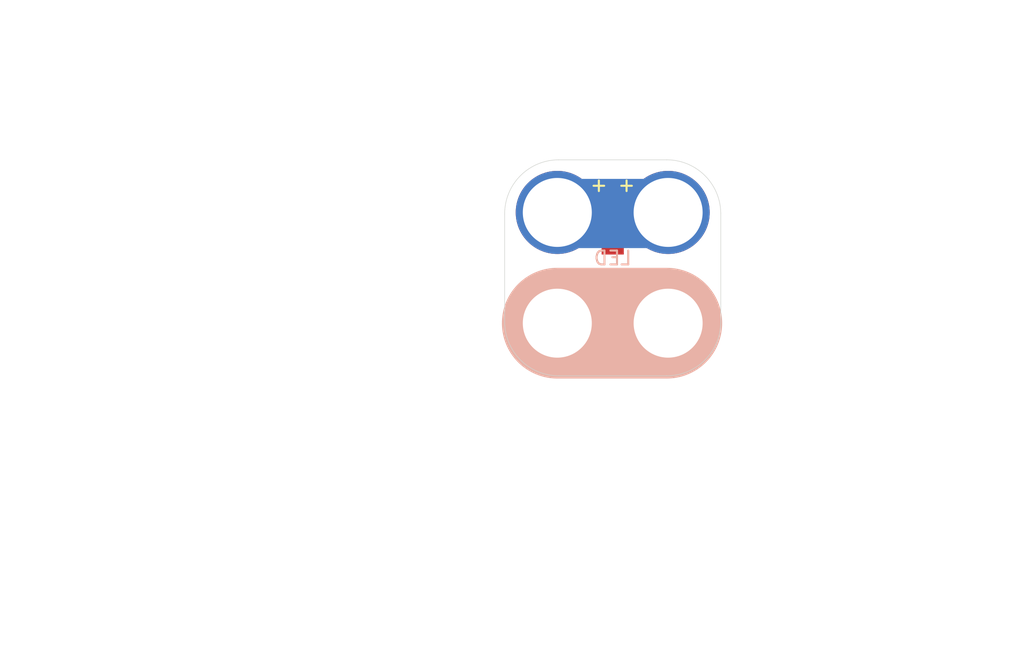
<source format=kicad_pcb>
(kicad_pcb (version 4) (host pcbnew 4.0.4+e1-6308~48~ubuntu16.04.1-stable)

  (general
    (links 0)
    (no_connects 0)
    (area 104.572999 74.854999 178.510001 123.265001)
    (thickness 1.6)
    (drawings 17)
    (tracks 0)
    (zones 0)
    (modules 1)
    (nets 1)
  )

  (page USLetter)
  (title_block
    (title "2x2 Surface Mount LED Module")
    (date "December 15, 2016")
    (rev 1.0)
    (company "All rights reserved.")
    (comment 1 help@browndoggadgets.com)
    (comment 2 http://browndoggadgets.com/)
    (comment 3 "Brown Dog Gadgets")
  )

  (layers
    (0 F.Cu signal)
    (31 B.Cu signal)
    (34 B.Paste user)
    (35 F.Paste user)
    (36 B.SilkS user)
    (37 F.SilkS user)
    (38 B.Mask user)
    (39 F.Mask user)
    (44 Edge.Cuts user)
    (46 B.CrtYd user)
    (47 F.CrtYd user)
    (48 B.Fab user)
    (49 F.Fab user)
  )

  (setup
    (last_trace_width 0.254)
    (user_trace_width 0.1524)
    (user_trace_width 0.254)
    (user_trace_width 0.3302)
    (user_trace_width 0.508)
    (user_trace_width 0.762)
    (user_trace_width 1.27)
    (trace_clearance 0.254)
    (zone_clearance 0.508)
    (zone_45_only no)
    (trace_min 0.1524)
    (segment_width 0.1524)
    (edge_width 0.1524)
    (via_size 0.6858)
    (via_drill 0.3302)
    (via_min_size 0.6858)
    (via_min_drill 0.3302)
    (user_via 0.6858 0.3302)
    (user_via 0.762 0.4064)
    (user_via 0.8636 0.508)
    (uvia_size 0.6858)
    (uvia_drill 0.3302)
    (uvias_allowed no)
    (uvia_min_size 0)
    (uvia_min_drill 0)
    (pcb_text_width 0.1524)
    (pcb_text_size 1.016 1.016)
    (mod_edge_width 0.1524)
    (mod_text_size 1.016 1.016)
    (mod_text_width 0.1524)
    (pad_size 1.524 1.524)
    (pad_drill 0.762)
    (pad_to_mask_clearance 0.0762)
    (solder_mask_min_width 0.1016)
    (pad_to_paste_clearance -0.0762)
    (aux_axis_origin 0 0)
    (visible_elements FFFEDF7D)
    (pcbplotparams
      (layerselection 0x310fc_80000001)
      (usegerberextensions true)
      (excludeedgelayer true)
      (linewidth 0.100000)
      (plotframeref false)
      (viasonmask false)
      (mode 1)
      (useauxorigin false)
      (hpglpennumber 1)
      (hpglpenspeed 20)
      (hpglpendiameter 15)
      (hpglpenoverlay 2)
      (psnegative false)
      (psa4output false)
      (plotreference true)
      (plotvalue true)
      (plotinvisibletext false)
      (padsonsilk false)
      (subtractmaskfromsilk false)
      (outputformat 1)
      (mirror false)
      (drillshape 0)
      (scaleselection 1)
      (outputdirectory gerbers))
  )

  (net 0 "")

  (net_class Default "This is the default net class."
    (clearance 0.254)
    (trace_width 0.254)
    (via_dia 0.6858)
    (via_drill 0.3302)
    (uvia_dia 0.6858)
    (uvia_drill 0.3302)
  )

  (module Rewire_Circuits:LED-SMT-1206-2x2-CENTER (layer F.Cu) (tedit 58532041) (tstamp 58533787)
    (at 144.8 98.2)
    (descr "1206 surface mount centered 2x2")
    (fp_text reference LED (at 4 -4.7) (layer B.SilkS)
      (effects (font (size 1 1) (thickness 0.15)) (justify mirror))
    )
    (fp_text value 1206-SMT-2x2 (at 4 -4) (layer F.Fab) hide
      (effects (font (size 1 1) (thickness 0.15)))
    )
    (fp_text user + (at 4 -8) (layer F.Fab)
      (effects (font (size 1 1) (thickness 0.15)))
    )
    (fp_line (start 3 -1) (end 3 -7) (layer F.Fab) (width 0.04064))
    (fp_line (start 5 -1) (end 3 -1) (layer F.Fab) (width 0.04064))
    (fp_line (start 5 -7) (end 5 -1) (layer F.Fab) (width 0.04064))
    (fp_line (start 3 -7) (end 5 -7) (layer F.Fab) (width 0.04064))
    (fp_line (start 0 0) (end 7.9 0) (layer B.SilkS) (width 8))
    (fp_text user + (at 3 -10) (layer F.SilkS)
      (effects (font (size 1 1) (thickness 0.15)))
    )
    (fp_text user + (at 5 -10) (layer F.SilkS)
      (effects (font (size 1 1) (thickness 0.15)))
    )
    (fp_line (start 0 0) (end 7.9 0) (layer B.Mask) (width 5))
    (fp_line (start 0 0) (end 7.9 0) (layer B.Cu) (width 5))
    (fp_line (start 0.025 -7.925) (end 7.925 -7.925) (layer B.Mask) (width 5))
    (fp_line (start 0.025 -7.925) (end 7.925 -7.925) (layer B.Cu) (width 5))
    (fp_line (start 7.9 -11.8) (end 0.1 -11.8) (layer F.Fab) (width 0.04064))
    (fp_line (start 7.9 3.8) (end 0.1 3.8) (layer F.Fab) (width 0.04064))
    (fp_line (start 11.8 -0.1) (end 11.8 -7.9) (layer F.Fab) (width 0.04064))
    (fp_line (start -3.8 -0.1) (end -3.8 -7.9) (layer F.Fab) (width 0.04064))
    (fp_arc (start 7.9 -7.9) (end 7.9 -11.8) (angle 90) (layer F.Fab) (width 0.04064))
    (fp_arc (start 7.9 -0.1) (end 11.8 -0.1) (angle 90) (layer F.Fab) (width 0.04064))
    (fp_arc (start 0.1 -0.1) (end 0.1 3.8) (angle 90) (layer F.Fab) (width 0.04064))
    (fp_arc (start 0.1 -7.9) (end -3.8 -7.9) (angle 90) (layer F.Fab) (width 0.04064))
    (fp_line (start 7.9 -11.8) (end 0.1 -11.8) (layer Edge.Cuts) (width 0.04064))
    (fp_line (start 7.9 3.8) (end 0.1 3.8) (layer Edge.Cuts) (width 0.04064))
    (fp_line (start 11.8 -0.1) (end 11.8 -7.9) (layer Edge.Cuts) (width 0.04064))
    (fp_line (start -3.8 -0.1) (end -3.8 -7.9) (layer Edge.Cuts) (width 0.04064))
    (fp_arc (start 7.9 -7.9) (end 7.9 -11.8) (angle 90) (layer Edge.Cuts) (width 0.04064))
    (fp_arc (start 7.9 -0.1) (end 11.8 -0.1) (angle 90) (layer Edge.Cuts) (width 0.04064))
    (fp_arc (start 0.1 -0.1) (end 0.1 3.8) (angle 90) (layer Edge.Cuts) (width 0.04064))
    (fp_arc (start 0.1 -7.9) (end -3.8 -7.9) (angle 90) (layer Edge.Cuts) (width 0.04064))
    (fp_text user - (at 4 0) (layer Edge.Cuts)
      (effects (font (size 1 1) (thickness 0.15)))
    )
    (pad 1 smd rect (at 4 -5.71) (size 1.6 1.5) (layers F.Cu F.Paste F.Mask))
    (pad 2 thru_hole circle (at 0 0) (size 6 6) (drill 4.98) (layers *.Cu *.Mask))
    (pad 1 thru_hole circle (at 0 -8) (size 6 6) (drill 4.98) (layers *.Cu *.Mask))
    (pad 1 thru_hole circle (at 8 -8) (size 6 6) (drill 4.98) (layers *.Cu *.Mask))
    (pad 2 thru_hole circle (at 8 0) (size 6 6) (drill 4.98) (layers *.Cu *.Mask))
    (pad 2 smd rect (at 4 -2.29) (size 1.6 1.5) (layers F.Cu F.Paste F.Mask))
  )

  (gr_circle (center 117.348 76.962) (end 118.618 76.962) (layer Dwgs.User) (width 0.15))
  (gr_line (start 114.427 78.994) (end 114.427 74.93) (angle 90) (layer Dwgs.User) (width 0.15))
  (gr_line (start 120.269 78.994) (end 114.427 78.994) (angle 90) (layer Dwgs.User) (width 0.15))
  (gr_line (start 120.269 74.93) (end 120.269 78.994) (angle 90) (layer Dwgs.User) (width 0.15))
  (gr_line (start 114.427 74.93) (end 120.269 74.93) (angle 90) (layer Dwgs.User) (width 0.15))
  (gr_line (start 120.523 93.98) (end 104.648 93.98) (angle 90) (layer Dwgs.User) (width 0.15))
  (gr_line (start 173.355 102.235) (end 173.355 94.615) (angle 90) (layer Dwgs.User) (width 0.15))
  (gr_line (start 178.435 102.235) (end 173.355 102.235) (angle 90) (layer Dwgs.User) (width 0.15))
  (gr_line (start 178.435 94.615) (end 178.435 102.235) (angle 90) (layer Dwgs.User) (width 0.15))
  (gr_line (start 173.355 94.615) (end 178.435 94.615) (angle 90) (layer Dwgs.User) (width 0.15))
  (gr_line (start 109.093 123.19) (end 109.093 114.3) (angle 90) (layer Dwgs.User) (width 0.15))
  (gr_line (start 122.428 123.19) (end 109.093 123.19) (angle 90) (layer Dwgs.User) (width 0.15))
  (gr_line (start 122.428 114.3) (end 122.428 123.19) (angle 90) (layer Dwgs.User) (width 0.15))
  (gr_line (start 109.093 114.3) (end 122.428 114.3) (angle 90) (layer Dwgs.User) (width 0.15))
  (gr_line (start 104.648 93.98) (end 104.648 82.55) (angle 90) (layer Dwgs.User) (width 0.15))
  (gr_line (start 120.523 82.55) (end 120.523 93.98) (angle 90) (layer Dwgs.User) (width 0.15))
  (gr_line (start 104.648 82.55) (end 120.523 82.55) (angle 90) (layer Dwgs.User) (width 0.15))

)

</source>
